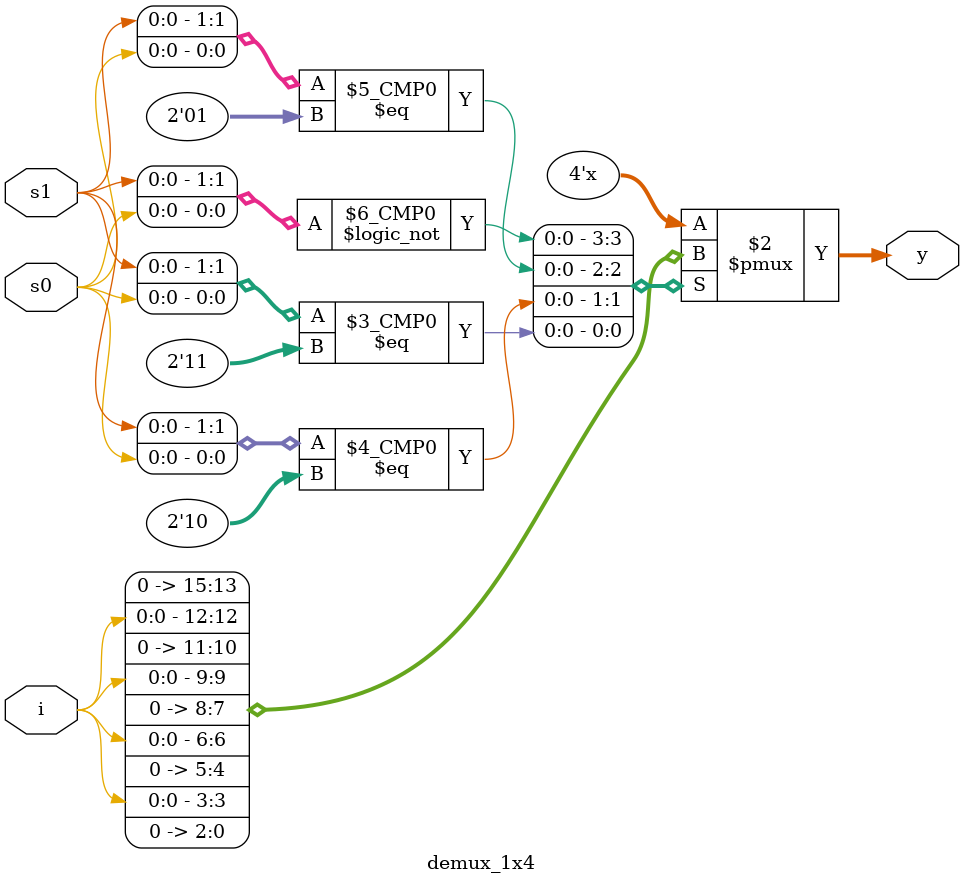
<source format=v>
`timescale 1ns / 1ps
module hs_using_1x4_demux(a,b,diff,borrow);
    input a,b;
    output diff,borrow;
	
	wire [3:0]y;
	
	demux_1x4 d1(1'b1,a,b,y[3:0]);
	
	or o1(diff,y[1],y[2]);
	assign borrow = y[1];

endmodule

module demux_1x4(input i,s1,s0,
					output reg [3:0]y);
					
	always@(*)
		begin
			case({s1,s0})
				0: y = {3'b0,i};
				1: y = {2'b0,i,1'b0};
				2: y = {1'b0,i,2'b0};
				3: y = {i,3'b0};
				default: y = 4'b0000;
			endcase
		end

endmodule

</source>
